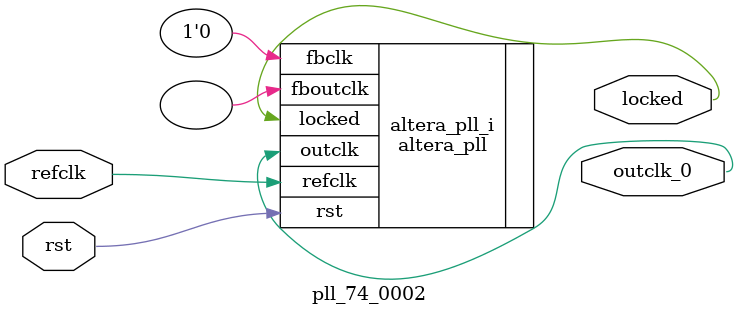
<source format=v>
`timescale 1ns/10ps
module  pll_74_0002(

	// interface 'refclk'
	input wire refclk,

	// interface 'reset'
	input wire rst,

	// interface 'outclk0'
	output wire outclk_0,

	// interface 'locked'
	output wire locked
);

	altera_pll #(
		.fractional_vco_multiplier("false"),
		.reference_clock_frequency("50.0 MHz"),
		.operation_mode("direct"),
		.number_of_clocks(1),
		.output_clock_frequency0("74.242424 MHz"),
		.phase_shift0("0 ps"),
		.duty_cycle0(50),
		.output_clock_frequency1("0 MHz"),
		.phase_shift1("0 ps"),
		.duty_cycle1(50),
		.output_clock_frequency2("0 MHz"),
		.phase_shift2("0 ps"),
		.duty_cycle2(50),
		.output_clock_frequency3("0 MHz"),
		.phase_shift3("0 ps"),
		.duty_cycle3(50),
		.output_clock_frequency4("0 MHz"),
		.phase_shift4("0 ps"),
		.duty_cycle4(50),
		.output_clock_frequency5("0 MHz"),
		.phase_shift5("0 ps"),
		.duty_cycle5(50),
		.output_clock_frequency6("0 MHz"),
		.phase_shift6("0 ps"),
		.duty_cycle6(50),
		.output_clock_frequency7("0 MHz"),
		.phase_shift7("0 ps"),
		.duty_cycle7(50),
		.output_clock_frequency8("0 MHz"),
		.phase_shift8("0 ps"),
		.duty_cycle8(50),
		.output_clock_frequency9("0 MHz"),
		.phase_shift9("0 ps"),
		.duty_cycle9(50),
		.output_clock_frequency10("0 MHz"),
		.phase_shift10("0 ps"),
		.duty_cycle10(50),
		.output_clock_frequency11("0 MHz"),
		.phase_shift11("0 ps"),
		.duty_cycle11(50),
		.output_clock_frequency12("0 MHz"),
		.phase_shift12("0 ps"),
		.duty_cycle12(50),
		.output_clock_frequency13("0 MHz"),
		.phase_shift13("0 ps"),
		.duty_cycle13(50),
		.output_clock_frequency14("0 MHz"),
		.phase_shift14("0 ps"),
		.duty_cycle14(50),
		.output_clock_frequency15("0 MHz"),
		.phase_shift15("0 ps"),
		.duty_cycle15(50),
		.output_clock_frequency16("0 MHz"),
		.phase_shift16("0 ps"),
		.duty_cycle16(50),
		.output_clock_frequency17("0 MHz"),
		.phase_shift17("0 ps"),
		.duty_cycle17(50),
		.pll_type("General"),
		.pll_subtype("General")
	) altera_pll_i (
		.rst	(rst),
		.outclk	({outclk_0}),
		.locked	(locked),
		.fboutclk	( ),
		.fbclk	(1'b0),
		.refclk	(refclk)
	);
endmodule


</source>
